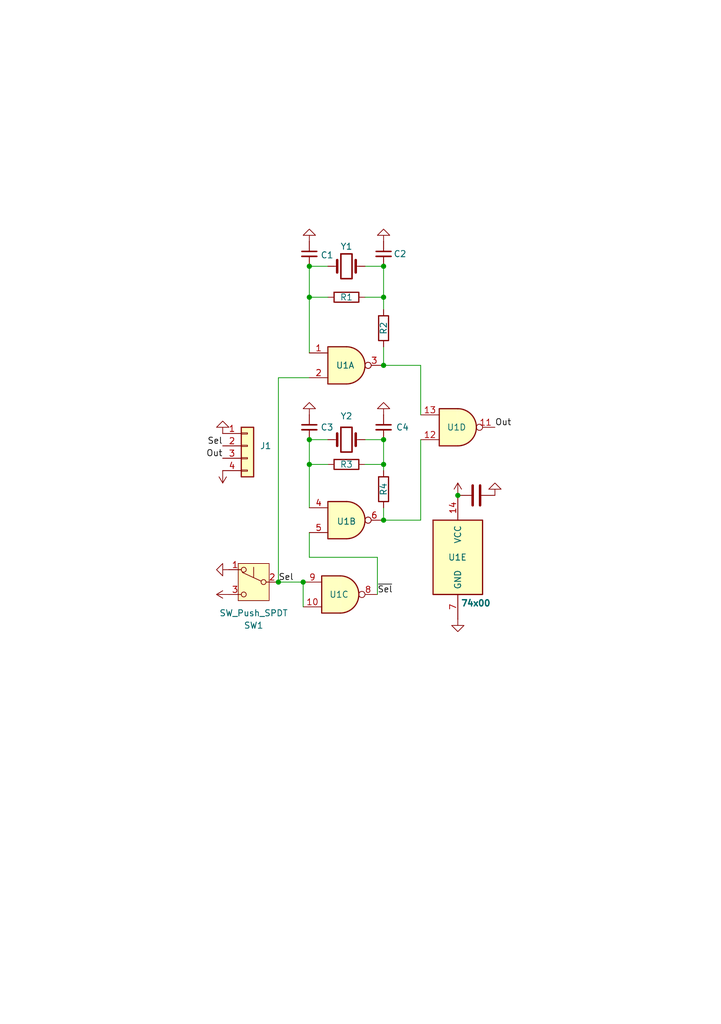
<source format=kicad_sch>
(kicad_sch (version 20250114) (generator "eeschema") (generator_version "9.0")
  (paper "A5" portrait)
  (title_block (title "Retro Clock Selector") (date "2025-04-18") (rev "v0"))
  (lib_symbols
    (symbol "74xx:74HCT00" (pin_names (offset 1.016))
      (property "Reference" "U" (at 0 1.27 0))
      (property "Value" "74HCT00" (at 0 -1.27 0))
      (symbol "74HCT00_1_1"
        (arc (start 0 3.81) (mid 3.7934 0) (end 0 -3.81) (stroke (width 0.254)) (fill (type background)))
        (polyline (pts (xy 0 3.81) (xy -3.81 3.81) (xy -3.81 -3.81) (xy 0 -3.81)) (stroke (width 0.254)) (fill (type background)))
        (pin input line (at -7.62 2.54 0) (length 3.81) (name "~") (number "1"))
        (pin input line (at -7.62 -2.54 0) (length 3.81) (name "~") (number "2"))
        (pin output inverted (at 7.62 0 180) (length 3.81) (name "~") (number "3"))
      )
      (symbol "74HCT00_1_2"
        (arc (start -3.81 3.81) (mid -2.589 0) (end -3.81 -3.81) (stroke (width 0.254)))
        (polyline (pts (xy -3.81 3.81) (xy -0.635 3.81)) (stroke (width 0.254)) (fill (type background)))
        (polyline (pts (xy -3.81 -3.81) (xy -0.635 -3.81)) (stroke (width 0.254)) (fill (type background)))
        (arc (start 3.81 0) (mid 2.1855 -2.584) (end -0.6096 -3.81) (stroke (width 0.254)) (fill (type background)))
        (arc (start -0.6096 3.81) (mid 2.1928 2.5924) (end 3.81 0) (stroke (width 0.254)) (fill (type background)))
        (polyline (pts (xy -0.635 3.81) (xy -3.81 3.81) (xy -3.81 3.81) (xy -3.556 3.4036) (xy -3.0226 2.2606) (xy -2.6924 1.0414) (xy -2.6162 -0.254) (xy -2.7686 -1.4986) (xy -3.175 -2.7178) (xy -3.81 -3.81) (xy -3.81 -3.81) (xy -0.635 -3.81)) (stroke (width -25.4)) (fill (type background)))
        (pin input inverted (at -7.62 2.54 0) (length 4.318) (name "~") (number "1"))
        (pin input inverted (at -7.62 -2.54 0) (length 4.318) (name "~") (number "2"))
        (pin output line (at 7.62 0 180) (length 3.81) (name "~") (number "3"))
      )
      (symbol "74HCT00_2_1"
        (arc (start 0 3.81) (mid 3.7934 0) (end 0 -3.81) (stroke (width 0.254)) (fill (type background)))
        (polyline (pts (xy 0 3.81) (xy -3.81 3.81) (xy -3.81 -3.81) (xy 0 -3.81)) (stroke (width 0.254)) (fill (type background)))
        (pin input line (at -7.62 2.54 0) (length 3.81) (name "~") (number "4"))
        (pin input line (at -7.62 -2.54 0) (length 3.81) (name "~") (number "5"))
        (pin output inverted (at 7.62 0 180) (length 3.81) (name "~") (number "6"))
      )
      (symbol "74HCT00_2_2"
        (arc (start -3.81 3.81) (mid -2.589 0) (end -3.81 -3.81) (stroke (width 0.254)))
        (polyline (pts (xy -3.81 3.81) (xy -0.635 3.81)) (stroke (width 0.254)) (fill (type background)))
        (polyline (pts (xy -3.81 -3.81) (xy -0.635 -3.81)) (stroke (width 0.254)) (fill (type background)))
        (arc (start 3.81 0) (mid 2.1855 -2.584) (end -0.6096 -3.81) (stroke (width 0.254)) (fill (type background)))
        (arc (start -0.6096 3.81) (mid 2.1928 2.5924) (end 3.81 0) (stroke (width 0.254)) (fill (type background)))
        (polyline (pts (xy -0.635 3.81) (xy -3.81 3.81) (xy -3.81 3.81) (xy -3.556 3.4036) (xy -3.0226 2.2606) (xy -2.6924 1.0414) (xy -2.6162 -0.254) (xy -2.7686 -1.4986) (xy -3.175 -2.7178) (xy -3.81 -3.81) (xy -3.81 -3.81) (xy -0.635 -3.81)) (stroke (width -25.4)) (fill (type background)))
        (pin input inverted (at -7.62 2.54 0) (length 4.318) (name "~") (number "4"))
        (pin input inverted (at -7.62 -2.54 0) (length 4.318) (name "~") (number "5"))
        (pin output line (at 7.62 0 180) (length 3.81) (name "~") (number "6"))
      )
      (symbol "74HCT00_3_1"
        (arc (start 0 3.81) (mid 3.7934 0) (end 0 -3.81) (stroke (width 0.254)) (fill (type background)))
        (polyline (pts (xy 0 3.81) (xy -3.81 3.81) (xy -3.81 -3.81) (xy 0 -3.81)) (stroke (width 0.254)) (fill (type background)))
        (pin input line (at -7.62 2.54 0) (length 3.81) (name "~") (number "9"))
        (pin input line (at -7.62 -2.54 0) (length 3.81) (name "~") (number "10"))
        (pin output inverted (at 7.62 0 180) (length 3.81) (name "~") (number "8"))
      )
      (symbol "74HCT00_3_2"
        (arc (start -3.81 3.81) (mid -2.589 0) (end -3.81 -3.81) (stroke (width 0.254)))
        (polyline (pts (xy -3.81 3.81) (xy -0.635 3.81)) (stroke (width 0.254)) (fill (type background)))
        (polyline (pts (xy -3.81 -3.81) (xy -0.635 -3.81)) (stroke (width 0.254)) (fill (type background)))
        (arc (start 3.81 0) (mid 2.1855 -2.584) (end -0.6096 -3.81) (stroke (width 0.254)) (fill (type background)))
        (arc (start -0.6096 3.81) (mid 2.1928 2.5924) (end 3.81 0) (stroke (width 0.254)) (fill (type background)))
        (polyline (pts (xy -0.635 3.81) (xy -3.81 3.81) (xy -3.81 3.81) (xy -3.556 3.4036) (xy -3.0226 2.2606) (xy -2.6924 1.0414) (xy -2.6162 -0.254) (xy -2.7686 -1.4986) (xy -3.175 -2.7178) (xy -3.81 -3.81) (xy -3.81 -3.81) (xy -0.635 -3.81)) (stroke (width -25.4)) (fill (type background)))
        (pin input inverted (at -7.62 2.54 0) (length 4.318) (name "~") (number "9"))
        (pin input inverted (at -7.62 -2.54 0) (length 4.318) (name "~") (number "10"))
        (pin output line (at 7.62 0 180) (length 3.81) (name "~") (number "8"))
      )
      (symbol "74HCT00_4_1"
        (arc (start 0 3.81) (mid 3.7934 0) (end 0 -3.81) (stroke (width 0.254)) (fill (type background)))
        (polyline (pts (xy 0 3.81) (xy -3.81 3.81) (xy -3.81 -3.81) (xy 0 -3.81)) (stroke (width 0.254)) (fill (type background)))
        (pin input line (at -7.62 2.54 0) (length 3.81) (name "~") (number "12"))
        (pin input line (at -7.62 -2.54 0) (length 3.81) (name "~") (number "13"))
        (pin output inverted (at 7.62 0 180) (length 3.81) (name "~") (number "11"))
      )
      (symbol "74HCT00_4_2"
        (arc (start -3.81 3.81) (mid -2.589 0) (end -3.81 -3.81) (stroke (width 0.254)))
        (polyline (pts (xy -3.81 3.81) (xy -0.635 3.81)) (stroke (width 0.254)) (fill (type background)))
        (polyline (pts (xy -3.81 -3.81) (xy -0.635 -3.81)) (stroke (width 0.254)) (fill (type background)))
        (arc (start 3.81 0) (mid 2.1855 -2.584) (end -0.6096 -3.81) (stroke (width 0.254)) (fill (type background)))
        (arc (start -0.6096 3.81) (mid 2.1928 2.5924) (end 3.81 0) (stroke (width 0.254)) (fill (type background)))
        (polyline (pts (xy -0.635 3.81) (xy -3.81 3.81) (xy -3.81 3.81) (xy -3.556 3.4036) (xy -3.0226 2.2606) (xy -2.6924 1.0414) (xy -2.6162 -0.254) (xy -2.7686 -1.4986) (xy -3.175 -2.7178) (xy -3.81 -3.81) (xy -3.81 -3.81) (xy -0.635 -3.81)) (stroke (width -25.4)) (fill (type background)))
        (pin input inverted (at -7.62 2.54 0) (length 4.318) (name "~") (number "12"))
        (pin input inverted (at -7.62 -2.54 0) (length 4.318) (name "~") (number "13"))
        (pin output line (at 7.62 0 180) (length 3.81) (name "~") (number "11"))
      )
      (symbol "74HCT00_5_0"
        (pin power_in line (at 0 12.7 270) (length 5.08) (name "VCC") (number "14"))
        (pin power_in line (at 0 -12.7 90) (length 5.08) (name "GND") (number "7"))
      )
      (symbol "74HCT00_5_1"
        (rectangle (start -5.08 7.62) (end 5.08 -7.62) (stroke (width 0.254)) (fill (type background)))
      )
    )
    (symbol "Connector_Generic:Conn_01x04" (pin_names (offset 1.016) (hide yes))
      (property "Reference" "J" (at 0 5.08 0))
      (property "Value" "Conn_01x04" (at 0 -7.62 0))
      (symbol "Conn_01x04_1_1"
        (rectangle (start -1.27 3.81) (end 1.27 -6.35) (stroke (width 0.254)) (fill (type background)))
        (rectangle (start -1.27 2.667) (end 0 2.413) (stroke (width 0.1524)))
        (rectangle (start -1.27 0.127) (end 0 -0.127) (stroke (width 0.1524)))
        (rectangle (start -1.27 -2.413) (end 0 -2.667) (stroke (width 0.1524)))
        (rectangle (start -1.27 -4.953) (end 0 -5.207) (stroke (width 0.1524)))
        (pin passive line (at -5.08 2.54 0) (length 3.81) (name "Pin_1") (number "1"))
        (pin passive line (at -5.08 0 0) (length 3.81) (name "Pin_2") (number "2"))
        (pin passive line (at -5.08 -2.54 0) (length 3.81) (name "Pin_3") (number "3"))
        (pin passive line (at -5.08 -5.08 0) (length 3.81) (name "Pin_4") (number "4"))
      )
    )
    (symbol "Device:C" (pin_numbers (hide yes)) (pin_names (offset 0.254))
      (property "Reference" "C" (at 0.635 2.54 0))
      (property "Value" "C" (at 0.635 -2.54 0))
      (symbol "C_0_1"
        (polyline (pts (xy -2.032 0.762) (xy 2.032 0.762)) (stroke (width 0.508)))
        (polyline (pts (xy -2.032 -0.762) (xy 2.032 -0.762)) (stroke (width 0.508)))
      )
      (symbol "C_1_1"
        (pin passive line (at 0 3.81 270) (length 2.794) (name "~") (number "1"))
        (pin passive line (at 0 -3.81 90) (length 2.794) (name "~") (number "2"))
      )
    )
    (symbol "Device:C_Small" (pin_numbers (hide yes)) (pin_names (offset 0.254) (hide yes))
      (property "Reference" "C" (at 0.254 1.778 0))
      (property "Value" "C_Small" (at 0.254 -2.032 0))
      (symbol "C_Small_0_1"
        (polyline (pts (xy -1.524 0.508) (xy 1.524 0.508)) (stroke (width 0.3048)))
        (polyline (pts (xy -1.524 -0.508) (xy 1.524 -0.508)) (stroke (width 0.3302)))
      )
      (symbol "C_Small_1_1"
        (pin passive line (at 0 2.54 270) (length 2.032) (name "~") (number "1"))
        (pin passive line (at 0 -2.54 90) (length 2.032) (name "~") (number "2"))
      )
    )
    (symbol "Device:Crystal" (pin_numbers (hide yes)) (pin_names (offset 1.016) (hide yes))
      (property "Reference" "Y" (at 0 3.81 0))
      (property "Value" "Crystal" (at 0 -3.81 0))
      (symbol "Crystal_0_1"
        (polyline (pts (xy -2.54 0) (xy -1.905 0)))
        (polyline (pts (xy -1.905 -1.27) (xy -1.905 1.27)) (stroke (width 0.508)))
        (rectangle (start -1.143 2.54) (end 1.143 -2.54) (stroke (width 0.3048)))
        (polyline (pts (xy 1.905 -1.27) (xy 1.905 1.27)) (stroke (width 0.508)))
        (polyline (pts (xy 2.54 0) (xy 1.905 0)))
      )
      (symbol "Crystal_1_1"
        (pin passive line (at -3.81 0 0) (length 1.27) (name "1") (number "1"))
        (pin passive line (at 3.81 0 180) (length 1.27) (name "2") (number "2"))
      )
    )
    (symbol "Device:R" (pin_numbers (hide yes)) (pin_names (offset 0))
      (property "Reference" "R" (at 2.032 0 90))
      (property "Value" "R" (at 0 0 90))
      (symbol "R_0_1"
        (rectangle (start -1.016 -2.54) (end 1.016 2.54) (stroke (width 0.254)))
      )
      (symbol "R_1_1"
        (pin passive line (at 0 3.81 270) (length 1.27) (name "~") (number "1"))
        (pin passive line (at 0 -3.81 90) (length 1.27) (name "~") (number "2"))
      )
    )
    (symbol "Switch:SW_Push_SPDT" (pin_names (offset 0) (hide yes))
      (property "Reference" "SW" (at 0 5.08 0))
      (property "Value" "SW_Push_SPDT" (at 0 -5.08 0))
      (symbol "SW_Push_SPDT_0_0"
        (circle (center -2.032 0) (radius 0.508))
        (polyline (pts (xy 0 1.016) (xy 0 3.048)))
        (circle (center 2.032 -2.54) (radius 0.508))
      )
      (symbol "SW_Push_SPDT_0_1"
        (polyline (pts (xy -1.524 0.2032) (xy 2.3368 1.9812)))
        (circle (center 2.032 2.54) (radius 0.508))
      )
      (symbol "SW_Push_SPDT_1_1"
        (rectangle (start -3.175 3.81) (end 3.175 -3.81) (fill (type background)))
        (pin passive line (at -5.08 0 0) (length 2.54) (name "B") (number "2"))
        (pin passive line (at 5.08 2.54 180) (length 2.54) (name "A") (number "1"))
        (pin passive line (at 5.08 -2.54 180) (length 2.54) (name "C") (number "3"))
      )
    )
    (symbol "power:GND" (power) (pin_numbers (hide yes)) (pin_names (offset 0) (hide yes))
      (property "Value" "GND" (at 0 -3.81 0))
      (symbol "GND_0_1"
        (polyline (pts (xy 0 0) (xy 0 -1.27) (xy 1.27 -1.27) (xy 0 -2.54) (xy -1.27 -1.27) (xy 0 -1.27)))
      )
      (symbol "GND_1_1"
        (pin power_in line (at 0 0 270) (length 0) (name "~") (number "1"))
      )
    )
    (symbol "power:VCC" (power) (pin_numbers (hide yes)) (pin_names (offset 0) (hide yes))
      (property "Value" "VCC" (at 0 3.556 0))
      (symbol "VCC_0_1"
        (polyline (pts (xy -0.762 1.27) (xy 0 2.54)))
        (polyline (pts (xy 0 2.54) (xy 0.762 1.27)))
        (polyline (pts (xy 0 0) (xy 0 2.54)))
      )
      (symbol "VCC_1_1"
        (pin power_in line (at 0 0 90) (length 0) (name "~") (number "1"))
      )
    )
  )
  (junction (at 78.74 106.68))
  (junction (at 63.5 95.25))
  (junction (at 78.74 54.61))
  (junction (at 63.5 60.96))
  (junction (at 62.23 119.38))
  (junction (at 78.74 74.93))
  (junction (at 63.5 90.17))
  (junction (at 78.74 90.17))
  (junction (at 78.74 95.25))
  (junction (at 63.5 54.61))
  (junction (at 93.98 101.6))
  (junction (at 78.74 60.96))
  (junction (at 57.15 119.38))
  (wire (pts (xy 63.5 95.25) (xy 63.5 90.17)))
  (wire (pts (xy 62.23 119.38) (xy 57.15 119.38)))
  (wire (pts (xy 63.5 109.22) (xy 63.5 114.3)))
  (wire (pts (xy 78.74 60.96) (xy 78.74 54.61)))
  (wire (pts (xy 86.36 85.09) (xy 86.36 74.93)))
  (wire (pts (xy 63.5 60.96) (xy 63.5 54.61)))
  (wire (pts (xy 63.5 60.96) (xy 63.5 72.39)))
  (wire (pts (xy 63.5 54.61) (xy 67.31 54.61)))
  (wire (pts (xy 57.15 77.47) (xy 63.5 77.47)))
  (wire (pts (xy 62.23 119.38) (xy 62.23 124.46)))
  (wire (pts (xy 63.5 95.25) (xy 67.31 95.25)))
  (wire (pts (xy 78.74 95.25) (xy 78.74 90.17)))
  (wire (pts (xy 74.93 95.25) (xy 78.74 95.25)))
  (wire (pts (xy 78.74 71.12) (xy 78.74 74.93)))
  (wire (pts (xy 78.74 90.17) (xy 74.93 90.17)))
  (wire (pts (xy 86.36 106.68) (xy 78.74 106.68)))
  (wire (pts (xy 63.5 90.17) (xy 67.31 90.17)))
  (wire (pts (xy 78.74 54.61) (xy 74.93 54.61)))
  (wire (pts (xy 63.5 95.25) (xy 63.5 104.14)))
  (wire (pts (xy 86.36 90.17) (xy 86.36 106.68)))
  (wire (pts (xy 57.15 77.47) (xy 57.15 119.38)))
  (wire (pts (xy 78.74 95.25) (xy 78.74 96.52)))
  (wire (pts (xy 74.93 60.96) (xy 78.74 60.96)))
  (wire (pts (xy 78.74 104.14) (xy 78.74 106.68)))
  (wire (pts (xy 63.5 114.3) (xy 77.47 114.3)))
  (wire (pts (xy 63.5 60.96) (xy 67.31 60.96)))
  (wire (pts (xy 78.74 60.96) (xy 78.74 63.5)))
  (wire (pts (xy 77.47 114.3) (xy 77.47 121.92)))
  (wire (pts (xy 86.36 74.93) (xy 78.74 74.93)))
  (label "Out" (at 101.6 87.63 0))
  (label "~{Sel}" (at 77.47 121.92 0))
  (label "Out" (at 45.72 93.98 180))
  (label "Sel" (at 57.15 119.38 0))
  (label "Sel" (at 45.72 91.44 180))
  (symbol (lib_id "power:VCC") (at 93.98 101.6 0) (unit 1)
    (property "Reference" "#PWR08" (effects (hide yes)))
    (property "Value" "VCC" (effects (hide yes)))
    (property "Description" "Power symbol creates a global label with name \"VCC\"" (effects (hide yes)))
  )
  (symbol (lib_id "Device:R") (at 71.12 95.25 270) (unit 1)
    (property "Reference" "R3" (at 71.12 95.25 90))
    (property "Value" "R" (effects (hide yes)))
    (property "Footprint" "Resistor_THT:R_Axial_DIN0204_L3.6mm_D1.6mm_P2.54mm_Vertical" (effects (hide yes)))
    (property "Description" "Resistor" (effects (hide yes)))
  )
  (symbol (lib_id "power:GND") (at 46.99 116.84 270) (unit 1)
    (property "Reference" "#PWR02" (effects (hide yes)))
    (property "Value" "GND" (effects (hide yes)))
    (property "Description" "Power symbol creates a global label with name \"GND\" , ground" (effects (hide yes)))
  )
  (symbol (lib_id "74xx:74HCT00") (at 93.98 114.3 0) (unit 5)
    (property "Reference" "U1" (at 91.948 114.3 0) (effects (justify left)))
    (property "Value" "74x00" (at 94.488 123.698 0) (effects (font (thickness 0.254) (bold yes)) (justify left)))
    (property "Footprint" "Package_DIP:DIP-14_W7.62mm" (effects (hide yes)))
    (property "Datasheet" "http://www.ti.com/lit/gpn/sn74hct00" (effects (hide yes)))
    (property "Description" "quad 2-input NAND gate" (effects (hide yes)))
  )
  (symbol (lib_id "Device:C_Small") (at 63.5 87.63 0) (unit 1)
    (property "Reference" "C3" (at 65.786 87.63 0) (effects (justify left)))
    (property "Value" "C_Small" (effects (hide yes)))
    (property "Footprint" "Capacitor_THT:C_Disc_D3.0mm_W1.6mm_P2.50mm" (effects (hide yes)))
    (property "Description" "Unpolarized capacitor, small symbol" (effects (hide yes)))
  )
  (symbol (lib_id "power:GND") (at 93.98 127 0) (unit 1)
    (property "Reference" "#PWR07" (effects (hide yes)))
    (property "Value" "GND" (effects (hide yes)))
    (property "Description" "Power symbol creates a global label with name \"GND\" , ground" (effects (hide yes)))
  )
  (symbol (lib_id "Device:C") (at 97.79 101.6 90) (unit 1)
    (property "Reference" "C5" (effects (hide yes)))
    (property "Value" "100nF" (effects (hide yes)))
    (property "Footprint" "Capacitor_THT:C_Disc_D3.0mm_W1.6mm_P2.50mm" (effects (hide yes)))
    (property "Description" "Unpolarized capacitor" (effects (hide yes)))
  )
  (symbol (lib_id "Device:C_Small") (at 78.74 87.63 0) (unit 1)
    (property "Reference" "C4" (at 81.28 87.63 0) (effects (justify left)))
    (property "Value" "C_Small" (effects (hide yes)))
    (property "Footprint" "Capacitor_THT:C_Disc_D3.0mm_W1.6mm_P2.50mm" (effects (hide yes)))
    (property "Description" "Unpolarized capacitor, small symbol" (effects (hide yes)))
  )
  (symbol (lib_id "Device:R") (at 71.12 60.96 270) (unit 1)
    (property "Reference" "R1" (at 71.12 60.96 90))
    (property "Value" "R" (effects (hide yes)))
    (property "Footprint" "Resistor_THT:R_Axial_DIN0204_L3.6mm_D1.6mm_P2.54mm_Vertical" (effects (hide yes)))
    (property "Description" "Resistor" (effects (hide yes)))
  )
  (symbol (lib_id "Device:Crystal") (at 71.12 54.61 0) (unit 1)
    (property "Reference" "Y1" (at 71.12 50.546 0))
    (property "Value" "Crystal" (effects (hide yes)))
    (property "Footprint" "Crystal:Crystal_HC49-U_Vertical" (effects (hide yes)))
    (property "Description" "Two pin crystal" (effects (hide yes)))
  )
  (symbol (lib_id "power:GND") (at 45.72 88.9 180) (unit 1)
    (property "Reference" "#PWR010" (effects (hide yes)))
    (property "Value" "GND" (effects (hide yes)))
    (property "Description" "Power symbol creates a global label with name \"GND\" , ground" (effects (hide yes)))
  )
  (symbol (lib_id "power:VCC") (at 46.99 121.92 90) (unit 1)
    (property "Reference" "#PWR01" (effects (hide yes)))
    (property "Value" "VCC" (effects (hide yes)))
    (property "Description" "Power symbol creates a global label with name \"VCC\"" (effects (hide yes)))
  )
  (symbol (lib_id "power:GND") (at 63.5 85.09 180) (unit 1)
    (property "Reference" "#PWR03" (effects (hide yes)))
    (property "Value" "GND" (effects (hide yes)))
    (property "Description" "Power symbol creates a global label with name \"GND\" , ground" (effects (hide yes)))
  )
  (symbol (lib_id "power:GND") (at 101.6 101.6 180) (unit 1)
    (property "Reference" "#PWR09" (effects (hide yes)))
    (property "Value" "GND" (effects (hide yes)))
    (property "Description" "Power symbol creates a global label with name \"GND\" , ground" (effects (hide yes)))
  )
  (symbol (lib_id "power:GND") (at 78.74 85.09 180) (unit 1)
    (property "Reference" "#PWR04" (effects (hide yes)))
    (property "Value" "GND" (effects (hide yes)))
    (property "Description" "Power symbol creates a global label with name \"GND\" , ground" (effects (hide yes)))
  )
  (symbol (lib_id "Device:Crystal") (at 71.12 90.17 0) (unit 1)
    (property "Reference" "Y2" (at 71.12 85.344 0))
    (property "Value" "Crystal" (effects (hide yes)))
    (property "Footprint" "Crystal:Crystal_HC49-U_Vertical" (effects (hide yes)))
    (property "Description" "Two pin crystal" (effects (hide yes)))
  )
  (symbol (lib_id "Device:R") (at 78.74 100.33 0) (unit 1)
    (property "Reference" "R4" (at 78.74 100.33 90))
    (property "Value" "R" (effects (hide yes)))
    (property "Footprint" "Resistor_THT:R_Axial_DIN0204_L3.6mm_D1.6mm_P2.54mm_Vertical" (effects (hide yes)))
    (property "Description" "Resistor" (effects (hide yes)))
  )
  (symbol (lib_id "Connector_Generic:Conn_01x04") (at 50.8 91.44 0) (unit 1)
    (property "Reference" "J1" (at 53.34 91.4399 0) (effects (justify left)))
    (property "Value" "Conn_01x04" (effects (hide yes)))
    (property "Footprint" "Connector_PinHeader_2.54mm:PinHeader_1x04_P2.54mm_Vertical" (effects (hide yes)))
    (property "Description" "Generic connector, single row, 01x04, script generated (kicad-library-utils/schlib/autogen/connector/)" (effects (hide yes)))
  )
  (symbol (lib_id "power:GND") (at 63.5 49.53 180) (unit 1)
    (property "Reference" "#PWR06" (effects (hide yes)))
    (property "Value" "GND" (effects (hide yes)))
    (property "Description" "Power symbol creates a global label with name \"GND\" , ground" (effects (hide yes)))
  )
  (symbol (lib_id "power:VCC") (at 45.72 96.52 180) (unit 1)
    (property "Reference" "#PWR011" (effects (hide yes)))
    (property "Value" "VCC" (effects (hide yes)))
    (property "Description" "Power symbol creates a global label with name \"VCC\"" (effects (hide yes)))
  )
  (symbol (lib_id "Device:C_Small") (at 78.74 52.07 0) (unit 1)
    (property "Reference" "C2" (at 80.772 52.07 0) (effects (justify left)))
    (property "Value" "C_Small" (effects (hide yes)))
    (property "Footprint" "Capacitor_THT:C_Disc_D3.0mm_W1.6mm_P2.50mm" (effects (hide yes)))
    (property "Description" "Unpolarized capacitor, small symbol" (effects (hide yes)))
  )
  (symbol (lib_id "74xx:74HCT00") (at 93.98 87.63 0) (mirror x) (unit 4)
    (property "Reference" "U1" (at 93.726 87.63 0))
    (property "Value" "74x00" (effects (hide yes)))
    (property "Footprint" "Package_DIP:DIP-14_W7.62mm" (effects (hide yes)))
    (property "Datasheet" "http://www.ti.com/lit/gpn/sn74hct00" (effects (hide yes)))
    (property "Description" "quad 2-input NAND gate" (effects (hide yes)))
  )
  (symbol (lib_id "74xx:74HCT00") (at 69.85 121.92 0) (unit 3)
    (property "Reference" "U1" (at 69.596 121.92 0))
    (property "Value" "74x00" (effects (hide yes)))
    (property "Footprint" "Package_DIP:DIP-14_W7.62mm" (effects (hide yes)))
    (property "Datasheet" "http://www.ti.com/lit/gpn/sn74hct00" (effects (hide yes)))
    (property "Description" "quad 2-input NAND gate" (effects (hide yes)))
  )
  (symbol (lib_id "power:GND") (at 78.74 49.53 180) (unit 1)
    (property "Reference" "#PWR05" (effects (hide yes)))
    (property "Value" "GND" (effects (hide yes)))
    (property "Description" "Power symbol creates a global label with name \"GND\" , ground" (effects (hide yes)))
  )
  (symbol (lib_id "Device:C_Small") (at 63.5 52.07 0) (unit 1)
    (property "Reference" "C1" (at 65.786 52.324 0) (effects (justify left)))
    (property "Value" "C_Small" (effects (hide yes)))
    (property "Footprint" "Capacitor_THT:C_Disc_D3.0mm_W1.6mm_P2.50mm" (effects (hide yes)))
    (property "Description" "Unpolarized capacitor, small symbol" (effects (hide yes)))
  )
  (symbol (lib_id "Switch:SW_Push_SPDT") (at 52.07 119.38 0) (mirror y) (unit 1)
    (property "Reference" "SW1" (at 52.07 128.27 0))
    (property "Value" "SW_Push_SPDT" (at 52.07 125.73 0))
    (property "Footprint" "Button_Switch_THT:SW_Slide_SPDT_Straight_CK_OS102011MS2Q" (effects (hide yes)))
    (property "Description" "Momentary Switch, single pole double throw" (effects (hide yes)))
  )
  (symbol (lib_id "74xx:74HCT00") (at 71.12 74.93 0) (unit 1)
    (property "Reference" "U1" (at 70.866 74.93 0))
    (property "Value" "74x00" (effects (hide yes)))
    (property "Footprint" "Package_DIP:DIP-14_W7.62mm" (effects (hide yes)))
    (property "Datasheet" "http://www.ti.com/lit/gpn/sn74hct00" (effects (hide yes)))
    (property "Description" "quad 2-input NAND gate" (effects (hide yes)))
  )
  (symbol (lib_id "74xx:74HCT00") (at 71.12 106.68 0) (unit 2)
    (property "Reference" "U1" (at 71.12 106.934 0))
    (property "Value" "74x00" (effects (hide yes)))
    (property "Footprint" "Package_DIP:DIP-14_W7.62mm" (effects (hide yes)))
    (property "Datasheet" "http://www.ti.com/lit/gpn/sn74hct00" (effects (hide yes)))
    (property "Description" "quad 2-input NAND gate" (effects (hide yes)))
  )
  (symbol (lib_id "Device:R") (at 78.74 67.31 0) (unit 1)
    (property "Reference" "R2" (at 78.74 67.31 90))
    (property "Value" "R" (effects (hide yes)))
    (property "Footprint" "Resistor_THT:R_Axial_DIN0204_L3.6mm_D1.6mm_P2.54mm_Vertical" (effects (hide yes)))
    (property "Description" "Resistor" (effects (hide yes)))
  )
)
</source>
